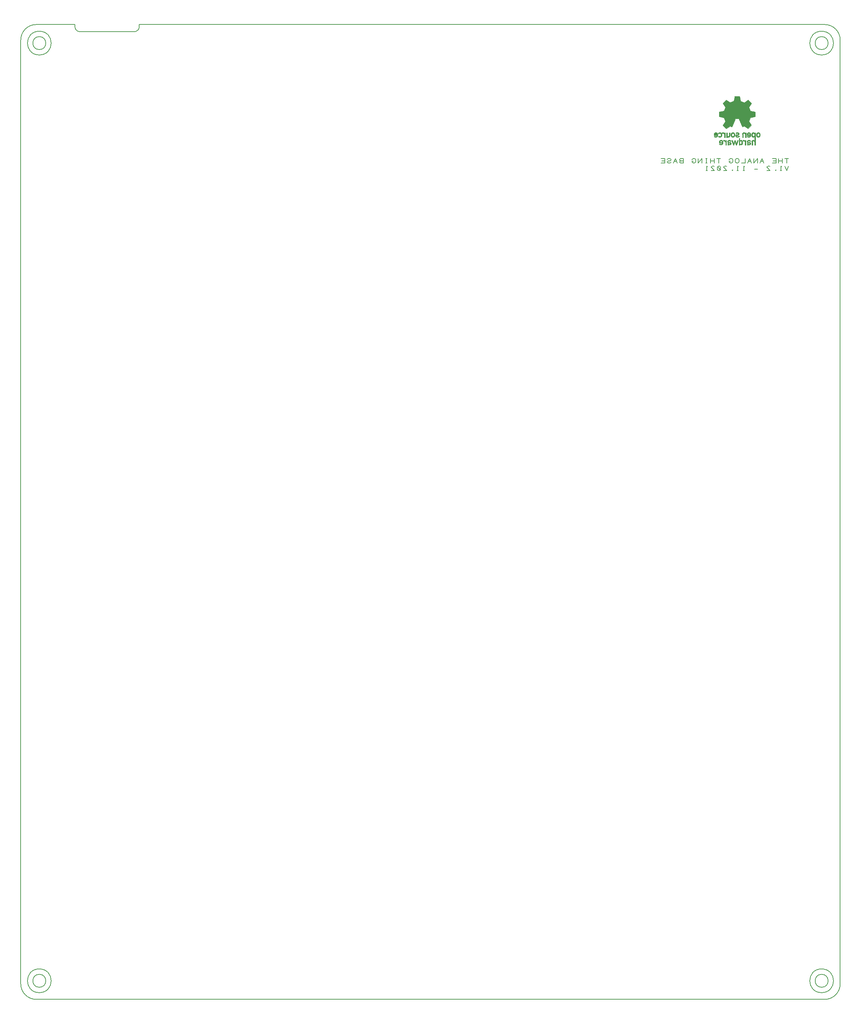
<source format=gbr>
G04 DesignSpark PCB PRO Gerber Version 9.0 Build 5138 *
G04 #@! TF.Part,Single*
G04 #@! TF.FileFunction,Legend,Bot *
G04 #@! TF.FilePolarity,Positive *
%FSLAX35Y35*%
%MOIN*%
%ADD12C,0.00001*%
%ADD13C,0.00500*%
%ADD11C,0.00600*%
%ADD10C,0.00800*%
X0Y0D02*
D02*
D10*
X34750Y39550D02*
G75*
G03Y16550J-11500D01*
G01*
G75*
G03Y39550J11500*
G01*
Y948550D02*
G75*
G03Y925550J-11500D01*
G01*
G75*
G03Y948550J11500*
G01*
X793750Y39550D02*
G75*
G03Y16550J-11500D01*
G01*
G75*
G03Y39550J11500*
G01*
Y948550D02*
G75*
G03Y925550J-11500D01*
G01*
G75*
G03Y948550J11500*
G01*
D02*
D11*
X759875Y820675D02*
Y825175D01*
X761750D02*
X758000D01*
X755750Y820675D02*
Y825175D01*
Y822925D02*
X752000D01*
Y820675D02*
Y825175D01*
X749750Y820675D02*
Y825175D01*
X746000*
X746750Y822925D02*
X749750D01*
Y820675D02*
X746000D01*
X737750D02*
X735875Y825175D01*
X734000Y820675*
X737000Y822550D02*
X734750D01*
X731750Y820675D02*
Y825175D01*
X728000Y820675*
Y825175*
X725750Y820675D02*
X723875Y825175D01*
X722000Y820675*
X725000Y822550D02*
X722750D01*
X719750Y825175D02*
Y820675D01*
X716000*
X713750Y822175D02*
Y823675D01*
X713375Y824425*
X713000Y824800*
X712250Y825175*
X711500*
X710750Y824800*
X710375Y824425*
X710000Y823675*
Y822175*
X710375Y821425*
X710750Y821050*
X711500Y820675*
X712250*
X713000Y821050*
X713375Y821425*
X713750Y822175*
X705125Y822550D02*
X704000D01*
Y822175*
X704375Y821425*
X704750Y821050*
X705500Y820675*
X706250*
X707000Y821050*
X707375Y821425*
X707750Y822175*
Y823675*
X707375Y824425*
X707000Y824800*
X706250Y825175*
X705500*
X704750Y824800*
X704375Y824425*
X704000Y823675*
X693875Y820675D02*
Y825175D01*
X695750D02*
X692000D01*
X689750Y820675D02*
Y825175D01*
Y822925D02*
X686000D01*
Y820675D02*
Y825175D01*
X682625Y820675D02*
X681125D01*
X681875D02*
Y825175D01*
X682625D02*
X681125D01*
X677750Y820675D02*
Y825175D01*
X674000Y820675*
Y825175*
X669125Y822550D02*
X668000D01*
Y822175*
X668375Y821425*
X668750Y821050*
X669500Y820675*
X670250*
X671000Y821050*
X671375Y821425*
X671750Y822175*
Y823675*
X671375Y824425*
X671000Y824800*
X670250Y825175*
X669500*
X668750Y824800*
X668375Y824425*
X668000Y823675*
X657125Y822925D02*
X656375Y822550D01*
X656000Y821800*
X656375Y821050*
X657125Y820675*
X659750*
Y825175*
X657125*
X656375Y824800*
X656000Y824050*
X656375Y823300*
X657125Y822925*
X659750*
X653750Y820675D02*
X651875Y825175D01*
X650000Y820675*
X653000Y822550D02*
X650750D01*
X647750Y821800D02*
X647375Y821050D01*
X646625Y820675*
X645125*
X644375Y821050*
X644000Y821800*
X644375Y822550*
X645125Y822925*
X646625*
X647375Y823300*
X647750Y824050*
X647375Y824800*
X646625Y825175*
X645125*
X644375Y824800*
X644000Y824050*
X641750Y820675D02*
Y825175D01*
X638000*
X638750Y822925D02*
X641750D01*
Y820675D02*
X638000D01*
X761750Y817975D02*
X759875Y813475D01*
X758000Y817975*
X755000Y813475D02*
X753500D01*
X754250D02*
Y817975D01*
X755000Y817225*
X749375Y813475D02*
X749000Y813850D01*
X749375Y814225*
X749750Y813850*
X749375Y813475*
X740750D02*
X743750D01*
X741125Y816100*
X740750Y816850*
X741125Y817600*
X741875Y817975*
X743000*
X743750Y817600*
X731750Y814975D02*
X728750D01*
X719000Y813475D02*
X717500D01*
X718250D02*
Y817975D01*
X719000Y817225*
X713000Y813475D02*
X711500D01*
X712250D02*
Y817975D01*
X713000Y817225*
X707375Y813475D02*
X707000Y813850D01*
X707375Y814225*
X707750Y813850*
X707375Y813475*
X698750D02*
X701750D01*
X699125Y816100*
X698750Y816850*
X699125Y817600*
X699875Y817975*
X701000*
X701750Y817600*
X695375Y813850D02*
X694625Y813475D01*
X693875*
X693125Y813850*
X692750Y814600*
Y816850*
X693125Y817600*
X693875Y817975*
X694625*
X695375Y817600*
X695750Y816850*
Y814600*
X695375Y813850*
X693125Y817600*
X686750Y813475D02*
X689750D01*
X687125Y816100*
X686750Y816850*
X687125Y817600*
X687875Y817975*
X689000*
X689750Y817600*
X683000Y813475D02*
X681500D01*
X682250D02*
Y817975D01*
X683000Y817225*
D02*
D12*
X689255Y847608D02*
X692153D01*
G75*
G02X692075Y847106I-1475J-29*
G01*
G75*
G02X691841Y846746I-842J293*
G01*
G75*
G02X691486Y846531I-706J764*
G01*
G75*
G02X691045Y846459I-424J1220*
G01*
G75*
G02X690500Y846572I-9J1338*
G01*
G75*
G02X690023Y846909I638J1408*
G01*
X689345Y846330*
G75*
G03X689713Y845984I1713J1450*
G01*
G75*
G03X690124Y845754I1088J1460*
G01*
G75*
G03X691028Y845581I896J2250*
G01*
G75*
G03X691733Y845697I-1J2215*
G01*
G75*
G03X692417Y846045I-882J2579*
G01*
G75*
G03X692711Y846338I-682J979*
G01*
G75*
G03X692921Y846752I-1365J954*
G01*
G75*
G03X693047Y847287I-2611J897*
G01*
G75*
G03X693089Y847944I-4684J630*
G01*
G75*
G03X693050Y848572I-4707J22*
G01*
G75*
G03X692934Y849094I-2882J-367*
G01*
G75*
G03X692740Y849511I-1766J-567*
G01*
G75*
G03X692469Y849824I-1143J-720*
G01*
G75*
G03X691833Y850213I-1537J-1792*
G01*
G75*
G03X691170Y850343I-666J-1641*
G01*
G75*
G03X690452Y850210I-14J-1931*
G01*
G75*
G03X689830Y849812I748J-1853*
G01*
G75*
G03X689398Y849188I1152J-1257*
G01*
G75*
G03X689255Y848379I2015J-775*
G01*
Y847608*
G36*
X692153*
G75*
G02X692075Y847106I-1475J-29*
G01*
G75*
G02X691841Y846746I-842J293*
G01*
G75*
G02X691486Y846531I-706J764*
G01*
G75*
G02X691045Y846459I-424J1220*
G01*
G75*
G02X690500Y846572I-9J1338*
G01*
G75*
G02X690023Y846909I638J1408*
G01*
X689345Y846330*
G75*
G03X689713Y845984I1713J1450*
G01*
G75*
G03X690124Y845754I1088J1460*
G01*
G75*
G03X691028Y845581I896J2250*
G01*
G75*
G03X691733Y845697I-1J2215*
G01*
G75*
G03X692417Y846045I-882J2579*
G01*
G75*
G03X692711Y846338I-682J979*
G01*
G75*
G03X692921Y846752I-1365J954*
G01*
G75*
G03X693047Y847287I-2611J897*
G01*
G75*
G03X693089Y847944I-4684J630*
G01*
G75*
G03X693050Y848572I-4707J22*
G01*
G75*
G03X692934Y849094I-2882J-367*
G01*
G75*
G03X692740Y849511I-1766J-567*
G01*
G75*
G03X692469Y849824I-1143J-720*
G01*
G75*
G03X691833Y850213I-1537J-1792*
G01*
G75*
G03X691170Y850343I-666J-1641*
G01*
G75*
G03X690452Y850210I-14J-1931*
G01*
G75*
G03X689830Y849812I748J-1853*
G01*
G75*
G03X689398Y849188I1152J-1257*
G01*
G75*
G03X689255Y848379I2015J-775*
G01*
Y847608*
G37*
X692153Y848379D02*
X690189D01*
G75*
G02X690273Y848842I1519J-38*
G01*
G75*
G02X690485Y849182I886J-315*
G01*
G75*
G02X690793Y849391I656J-636*
G01*
G75*
G02X691170Y849461I365J-922*
G01*
G75*
G02X691552Y849391I12J-1015*
G01*
G75*
G02X691863Y849182I-344J-846*
G01*
G75*
G02X692073Y848842I-660J-644*
G01*
G75*
G02X692153Y848379I-1407J-481*
G01*
G36*
X690189*
G75*
G02X690273Y848842I1519J-38*
G01*
G75*
G02X690485Y849182I886J-315*
G01*
G75*
G02X690793Y849391I656J-636*
G01*
G75*
G02X691170Y849461I365J-922*
G01*
G75*
G02X691552Y849391I12J-1015*
G01*
G75*
G02X691863Y849182I-344J-846*
G01*
G75*
G02X692073Y848842I-660J-644*
G01*
G75*
G02X692153Y848379I-1407J-481*
G01*
G37*
X694055Y847004D02*
X693364Y846384D01*
G75*
G03X694089Y845807I1933J1687*
G01*
G75*
G03X694536Y845638I869J1616*
G01*
G75*
G03X695038Y845581I490J2105*
G01*
G75*
G03X695807Y845719I11J2165*
G01*
G75*
G03X696497Y846130I-847J2206*
G01*
G75*
G03X696783Y846450I-981J1162*
G01*
G75*
G03X696986Y846861I-1552J1025*
G01*
G75*
G03X697109Y847363I-2508J877*
G01*
G75*
G03X697149Y847957I-4003J572*
G01*
G75*
G03X697109Y848551I-4049J22*
G01*
G75*
G03X696986Y849054I-2644J-377*
G01*
G75*
G03X696783Y849467I-1775J-618*
G01*
G75*
G03X696497Y849789I-1284J-849*
G01*
G75*
G03X695807Y850205I-1543J-1783*
G01*
G75*
G03X695038Y850343I-759J-2007*
G01*
G75*
G03X694536Y850286I-11J-2142*
G01*
G75*
G03X694089Y850115I422J-1774*
G01*
G75*
G03X693364Y849536I1233J-2288*
G01*
X694055Y848921*
G75*
G02X694489Y849286I1083J-848*
G01*
G75*
G02X695002Y849407I503J-983*
G01*
G75*
G02X695532Y849317I30J-1425*
G01*
G75*
G02X695910Y849044I-341J-872*
G01*
G75*
G02X696137Y848591I-933J-751*
G01*
G75*
G02X696213Y847957I-2300J-597*
G01*
G75*
G02X696137Y847325I-2357J-37*
G01*
G75*
G02X695910Y846874I-1152J298*
G01*
G75*
G02X695532Y846603I-717J602*
G01*
G75*
G02X695002Y846513I-501J1340*
G01*
G75*
G02X694487Y846636I-9J1101*
G01*
G75*
G02X694055Y847004I643J1194*
G01*
G36*
X693364Y846384*
G75*
G03X694089Y845807I1933J1687*
G01*
G75*
G03X694536Y845638I869J1616*
G01*
G75*
G03X695038Y845581I490J2105*
G01*
G75*
G03X695807Y845719I11J2165*
G01*
G75*
G03X696497Y846130I-847J2206*
G01*
G75*
G03X696783Y846450I-981J1162*
G01*
G75*
G03X696986Y846861I-1552J1025*
G01*
G75*
G03X697109Y847363I-2508J877*
G01*
G75*
G03X697149Y847957I-4003J572*
G01*
G75*
G03X697109Y848551I-4049J22*
G01*
G75*
G03X696986Y849054I-2644J-377*
G01*
G75*
G03X696783Y849467I-1775J-618*
G01*
G75*
G03X696497Y849789I-1284J-849*
G01*
G75*
G03X695807Y850205I-1543J-1783*
G01*
G75*
G03X695038Y850343I-759J-2007*
G01*
G75*
G03X694536Y850286I-11J-2142*
G01*
G75*
G03X694089Y850115I422J-1774*
G01*
G75*
G03X693364Y849536I1233J-2288*
G01*
X694055Y848921*
G75*
G02X694489Y849286I1083J-848*
G01*
G75*
G02X695002Y849407I503J-983*
G01*
G75*
G02X695532Y849317I30J-1425*
G01*
G75*
G02X695910Y849044I-341J-872*
G01*
G75*
G02X696137Y848591I-933J-751*
G01*
G75*
G02X696213Y847957I-2300J-597*
G01*
G75*
G02X696137Y847325I-2357J-37*
G01*
G75*
G02X695910Y846874I-1152J298*
G01*
G75*
G02X695532Y846603I-717J602*
G01*
G75*
G02X695002Y846513I-501J1340*
G01*
G75*
G02X694487Y846636I-9J1101*
G01*
G75*
G02X694055Y847004I643J1194*
G01*
G37*
X694350Y840201D02*
Y840971D01*
G75*
G02X694493Y841780I2158J34*
G01*
G75*
G02X694924Y842404I1583J-632*
G01*
G75*
G02X695546Y842803I1370J-1456*
G01*
G75*
G02X696265Y842936I704J-1798*
G01*
G75*
G02X696928Y842806I-2J-1772*
G01*
G75*
G02X697563Y842416I-902J-2181*
G01*
G75*
G02X697835Y842104I-872J-1033*
G01*
G75*
G02X698029Y841686I-1572J-983*
G01*
G75*
G02X698145Y841164I-2768J-892*
G01*
G75*
G02X698184Y840537I-4665J-602*
G01*
G75*
G02X698142Y839880I-4726J-30*
G01*
G75*
G02X698016Y839344I-2737J361*
G01*
G75*
G02X697806Y838930I-1575J540*
G01*
G75*
G02X697512Y838637I-976J686*
G01*
G75*
G02X696828Y838290I-1565J2231*
G01*
G75*
G02X696123Y838174I-707J2099*
G01*
G75*
G02X695219Y838346I-7J2422*
G01*
G75*
G02X694808Y838576I677J1690*
G01*
G75*
G02X694440Y838923I1345J1798*
G01*
X695118Y839502*
G75*
G03X695595Y839164I1115J1070*
G01*
G75*
G03X696140Y839052I537J1225*
G01*
G75*
G03X696581Y839124I15J1293*
G01*
G75*
G03X696936Y839339I-351J980*
G01*
G75*
G03X697170Y839698I-608J652*
G01*
G75*
G03X697248Y840201I-1397J474*
G01*
X694350*
X697248Y840971D02*
G75*
G03X697168Y841435I-1487J-19D01*
G01*
G75*
G03X696957Y841775I-871J-303*
G01*
G75*
G03X696646Y841984I-655J-638*
G01*
G75*
G03X696265Y842054I-370J-945*
G01*
G75*
G03X695888Y841984I-11J-991*
G01*
G75*
G03X695579Y841775I347J-845*
G01*
G75*
G03X695368Y841435I675J-654*
G01*
G75*
G03X695283Y840971I1435J-502*
G01*
X697248*
X694350D02*
G36*
Y840201D01*
X697248*
G75*
G02X697248Y840174I-1486J-35*
G01*
G75*
G02X697170Y839698I-1488J0*
G01*
G75*
G02X696936Y839339I-840J291*
G01*
G75*
G02X696581Y839124I-704J760*
G01*
G75*
G02X696140Y839052I-428J1231*
G01*
G75*
G02X695595Y839164I-9J1333*
G01*
G75*
G02X695118Y839502I640J1411*
G01*
X694440Y838923*
G75*
G03X694808Y838576I1736J1476*
G01*
G75*
G03X695219Y838346I1096J1475*
G01*
G75*
G03X696104Y838174I895J2240*
G01*
X696123*
G75*
G03X696828Y838290J2208*
G01*
G75*
G03X697512Y838637I-881J2578*
G01*
G75*
G03X697806Y838930I-680J977*
G01*
G75*
G03X698016Y839344I-1362J952*
G01*
G75*
G03X698142Y839880I-2607J896*
G01*
G75*
G03X698184Y840480I-4703J629*
G01*
Y840537*
Y840595*
G75*
G03X698145Y841164I-4640J-30*
G01*
G75*
G03X698079Y841512I-2856J-362*
G01*
X697137*
G75*
G02X697168Y841435I-847J-385*
G01*
G75*
G02X697248Y840971I-1399J-481*
G01*
X695283*
G75*
G02X695368Y841435I1531J-40*
G01*
G75*
G02X695400Y841512I879J-312*
G01*
X694410*
G75*
G03X694349Y841004I2103J-509*
G01*
G75*
G03X694350Y840971I2154J9*
G01*
G37*
X694493Y841780D02*
G36*
G75*
G03X694410Y841512I2019J-776D01*
G01*
X695400*
G75*
G02X695579Y841775I848J-387*
G01*
G75*
G02X695888Y841984I657J-638*
G01*
G75*
G02X696265Y842054I366J-926*
G01*
G75*
G02X696646Y841984I11J-1020*
G01*
G75*
G02X696957Y841775I-344J-848*
G01*
G75*
G02X697137Y841512I-668J-648*
G01*
X698079*
G75*
G03X698029Y841686I-2790J-714*
G01*
G75*
G03X697835Y842104I-1765J-565*
G01*
G75*
G03X697563Y842416I-1136J-714*
G01*
G75*
G03X696928Y842806I-1536J-1790*
G01*
G75*
G03X696265Y842936I-667J-1646*
G01*
X696238*
G75*
G03X695546Y842803I13J-1932*
G01*
G75*
G03X694924Y842404I743J-1846*
G01*
G75*
G03X694493Y841780I1156J-1258*
G01*
G37*
X700195Y845635D02*
Y850289D01*
X699259*
Y849793*
X699242*
G75*
G03X698720Y850206I-1104J-858*
G01*
G75*
G03X698030Y850343I-661J-1512*
G01*
G75*
G03X697531Y850254I-1J-1430*
G01*
G75*
G03X697058Y849984I627J-1650*
G01*
X697733Y849177*
G75*
G02X698041Y849350I744J-967*
G01*
G75*
G02X698353Y849407I315J-832*
G01*
G75*
G02X698978Y849176I1J-959*
G01*
G75*
G02X699189Y848874I-452J-540*
G01*
G75*
G02X699259Y848432I-1181J-414*
G01*
Y845635*
X700195*
G36*
Y850289*
X699259*
Y849793*
X699242*
G75*
G03X698720Y850206I-1104J-858*
G01*
G75*
G03X698030Y850343I-661J-1512*
G01*
G75*
G03X697531Y850254I-1J-1430*
G01*
G75*
G03X697058Y849984I627J-1650*
G01*
X697733Y849177*
G75*
G02X698041Y849350I744J-967*
G01*
G75*
G02X698353Y849407I315J-832*
G01*
G75*
G02X698978Y849176I1J-959*
G01*
G75*
G02X699189Y848874I-452J-540*
G01*
G75*
G02X699259Y848432I-1181J-414*
G01*
Y845635*
X700195*
G37*
X701381Y838228D02*
Y842882D01*
X700445*
Y842385*
X700428*
G75*
G03X699907Y842798I-1104J-858*
G01*
G75*
G03X699216Y842936I-661J-1513*
G01*
G75*
G03X698717Y842846I0J-1428*
G01*
G75*
G03X698244Y842576I627J-1652*
G01*
X698919Y841769*
G75*
G02X699227Y841942I745J-967*
G01*
G75*
G02X699539Y842000I315J-832*
G01*
G75*
G02X700164Y841769I1J-959*
G01*
G75*
G02X700375Y841467I-452J-540*
G01*
G75*
G02X700445Y841025I-1181J-414*
G01*
Y838228*
X701381*
G36*
Y842882*
X700445*
Y842385*
X700428*
G75*
G03X699907Y842798I-1104J-858*
G01*
G75*
G03X699216Y842936I-661J-1513*
G01*
G75*
G03X698717Y842846I0J-1428*
G01*
G75*
G03X698244Y842576I627J-1652*
G01*
X698919Y841769*
G75*
G02X699227Y841942I745J-967*
G01*
G75*
G02X699539Y842000I315J-832*
G01*
G75*
G02X700164Y841769I1J-959*
G01*
G75*
G02X700375Y841467I-452J-540*
G01*
G75*
G02X700445Y841025I-1181J-414*
G01*
Y838228*
X701381*
G37*
X703388Y838210D02*
X702482D01*
Y841397*
G75*
G02X702519Y841790I2317J-18*
G01*
G75*
G02X702617Y842122I1535J-274*
G01*
G75*
G02X702998Y842600I1017J-420*
G01*
G75*
G02X703598Y842853I1024J-1591*
G01*
G75*
G02X704363Y842931I699J-3033*
G01*
G75*
G02X704836Y842896I55J-2415*
G01*
G75*
G02X705248Y842770I-317J-1783*
G01*
G75*
G02X705891Y842254I-653J-1470*
G01*
X705174Y841690*
G75*
G03X704856Y841980I-581J-317*
G01*
G75*
G03X704613Y842035I-406J-1231*
G01*
G75*
G03X704317Y842054I-285J-2188*
G01*
G75*
G03X703909Y842022I-61J-1894*
G01*
G75*
G03X703618Y841911I148J-826*
G01*
G75*
G03X703444Y841721I257J-408*
G01*
G75*
G03X703388Y841451I530J-252*
G01*
Y840958*
X704649*
G75*
G02X705287Y840854I13J-1917*
G01*
G75*
G02X705746Y840556I-391J-1107*
G01*
G75*
G02X706026Y840113I-967J-919*
G01*
G75*
G02X706119Y839577I-1404J-519*
G01*
G75*
G02X706011Y839018I-1411J-19*
G01*
G75*
G02X705688Y838568I-1196J517*
G01*
G75*
G02X705200Y838268I-897J914*
G01*
G75*
G02X704524Y838157I-687J2067*
G01*
G75*
G02X704117Y838186I-21J2591*
G01*
G75*
G02X703797Y838273I205J1389*
G01*
G75*
G02X703407Y838621I277J701*
G01*
X703388*
Y838210*
Y839846D02*
G75*
G03X703442Y839415I1437J-38D01*
G01*
G75*
G03X703509Y839271I546J167*
G01*
G75*
G03X703603Y839174I294J192*
G01*
G75*
G03X703922Y839065I439J763*
G01*
G75*
G03X704410Y839035I411J2641*
G01*
G75*
G03X704800Y839080I27J1457*
G01*
G75*
G03X705062Y839217I-152J610*
G01*
G75*
G03X705215Y839405I-380J468*
G01*
G75*
G03X705267Y839622I-424J215*
G01*
G75*
G03X705221Y839861I-535J22*
G01*
G75*
G03X705075Y840035I-400J-187*
G01*
G75*
G03X704828Y840144I-415J-605*
G01*
G75*
G03X704479Y840188I-374J-1557*
G01*
X703388*
Y839846*
X702482Y839611D02*
G36*
Y838210D01*
X703388*
Y838621*
X703407*
G75*
G03X703797Y838273I665J351*
G01*
G75*
G03X704117Y838186I519J1278*
G01*
G75*
G03X704479Y838157I384J2543*
G01*
X704524*
G75*
G03X705200Y838268I-10J2179*
G01*
G75*
G03X705688Y838568I-405J1206*
G01*
G75*
G03X706011Y839018I-874J968*
G01*
G75*
G03X706119Y839539I-1301J540*
G01*
Y839577*
Y839607*
G75*
G03Y839611I-1432J2*
G01*
X705267*
G75*
G02X705215Y839405I-473J8*
G01*
G75*
G02X705062Y839217I-533J280*
G01*
G75*
G02X704800Y839080I-413J470*
G01*
G75*
G02X704410Y839035I-361J1394*
G01*
G75*
G02X703922Y839065I-74J2710*
G01*
G75*
G02X703603Y839174I119J867*
G01*
G75*
G02X703509Y839271I200J289*
G01*
G75*
G02X703442Y839415I489J316*
G01*
G75*
G02X703401Y839611I1380J391*
G01*
X702482*
G37*
Y841397D02*
G36*
Y839611D01*
X703401*
G75*
G02X703387Y839807I1423J196*
G01*
G75*
G02X703388Y839846I1428J5*
G01*
Y840188*
X704479*
G75*
G02X704828Y840144I-28J-1628*
G01*
G75*
G02X705075Y840035I-164J-707*
G01*
G75*
G02X705221Y839861I-255J-363*
G01*
G75*
G02X705267Y839643I-494J-217*
G01*
G75*
G02X705267Y839622I-535J-1*
G01*
G75*
G02Y839619I-446J-2*
G01*
G75*
G02Y839611I-484J-4*
G01*
X706119*
G75*
G03X706026Y840113I-1506J-19*
G01*
G75*
G03X705746Y840556I-1246J-476*
G01*
G75*
G03X705287Y840854I-851J-810*
G01*
G75*
G03X704649Y840958I-624J-1807*
G01*
X703388*
Y841451*
G75*
G02X703387Y841469I585J22*
G01*
G75*
G02X703444Y841721I584J0*
G01*
G75*
G02X703618Y841911I433J-220*
G01*
G75*
G02X703909Y842022I435J-704*
G01*
G75*
G02X704317Y842054I345J-1834*
G01*
G75*
G02X704613Y842035I9J-2231*
G01*
G75*
G02X704856Y841980I-167J-1304*
G01*
G75*
G02X705174Y841690I-262J-607*
G01*
X705891Y842254*
G75*
G03X705248Y842770I-1293J-950*
G01*
G75*
G03X704836Y842896I-732J-1670*
G01*
G75*
G03X704363Y842931I-419J-2388*
G01*
G75*
G03X703598Y842853I-65J-3122*
G01*
G75*
G03X702998Y842600I423J-1839*
G01*
G75*
G03X702617Y842122I638J-901*
G01*
G75*
G03X702519Y841790I1430J-603*
G01*
G75*
G03X702482Y841397I2257J-409*
G01*
G37*
X704974Y847195D02*
Y850289D01*
X704038*
Y847514*
G75*
G02X703972Y847091I-1257J-22*
G01*
G75*
G02X703776Y846776I-790J273*
G01*
G75*
G02X703478Y846579I-618J611*
G01*
G75*
G02X703111Y846513I-356J926*
G01*
G75*
G02X702751Y846579I-11J957*
G01*
G75*
G02X702456Y846776I329J812*
G01*
G75*
G02X702259Y847091I593J589*
G01*
G75*
G02X702194Y847514I1191J402*
G01*
Y850289*
X701258*
Y845635*
X702194*
Y846128*
X702213*
G75*
G03X702731Y845718I1100J857*
G01*
G75*
G03X703414Y845581I654J1495*
G01*
G75*
G03X703955Y845684I0J1483*
G01*
G75*
G03X704470Y845991I-713J1783*
G01*
G75*
G03X704848Y846497I-804J994*
G01*
G75*
G03X704943Y846822I-1437J594*
G01*
G75*
G03X704974Y847195I-2071J363*
G01*
G36*
Y850289*
X704038*
Y847514*
G75*
G02X703972Y847091I-1257J-22*
G01*
G75*
G02X703776Y846776I-790J273*
G01*
G75*
G02X703478Y846579I-618J611*
G01*
G75*
G02X703111Y846513I-356J926*
G01*
G75*
G02X702751Y846579I-11J957*
G01*
G75*
G02X702456Y846776I329J812*
G01*
G75*
G02X702259Y847091I593J589*
G01*
G75*
G02X702194Y847514I1191J402*
G01*
Y850289*
X701258*
Y845635*
X702194*
Y846128*
X702213*
G75*
G03X702731Y845718I1100J857*
G01*
G75*
G03X703414Y845581I654J1495*
G01*
G75*
G03X703955Y845684I0J1483*
G01*
G75*
G03X704470Y845991I-713J1783*
G01*
G75*
G03X704848Y846497I-804J994*
G01*
G75*
G03X704943Y846822I-1437J594*
G01*
G75*
G03X704974Y847195I-2071J363*
G01*
G37*
X708609Y838228D02*
X709584Y841483D01*
X709601*
X710574Y838228*
X711400*
X712887Y842882*
X711897*
X711004Y839622*
X710987*
X709933Y842882*
X709250*
X708198Y839622*
X708179*
X707288Y842882*
X706296*
X707785Y838228*
X708609*
G36*
X709584Y841483*
X709601*
X710574Y838228*
X711400*
X712887Y842882*
X711897*
X711004Y839622*
X710987*
X709933Y842882*
X709250*
X708198Y839622*
X708179*
X707288Y842882*
X706296*
X707785Y838228*
X708609*
G37*
X709661Y847968D02*
G75*
G02X709631Y847303I-6543J-46D01*
G01*
G75*
G02X709544Y846837I-2358J203*
G01*
G75*
G02X709157Y846173I-1708J550*
G01*
G75*
G02X708929Y845965I-1193J1076*
G01*
G75*
G02X708627Y845770I-1514J2017*
G01*
G75*
G02X708236Y845628I-667J1232*
G01*
G75*
G02X707741Y845581I-471J2338*
G01*
G75*
G02X707253Y845628I-22J2338*
G01*
G75*
G02X706863Y845770I282J1389*
G01*
G75*
G02X706558Y845965I1222J2244*
G01*
G75*
G02X706328Y846173I972J1307*
G01*
G75*
G02X705943Y846837I1312J1205*
G01*
G75*
G02X705856Y847303I2290J669*
G01*
G75*
G02X705826Y847968I6573J621*
G01*
G75*
G02X705856Y848621I6398J42*
G01*
G75*
G02X705943Y849083I2371J-206*
G01*
G75*
G02X706328Y849747I1697J-541*
G01*
G75*
G02X706558Y849954I1252J-1168*
G01*
G75*
G02X706863Y850151I1646J-2206*
G01*
G75*
G02X707253Y850295I675J-1223*
G01*
G75*
G02X707741Y850343I467J-2240*
G01*
G75*
G02X708236Y850295I23J-2333*
G01*
G75*
G02X708627Y850151I-278J-1352*
G01*
G75*
G02X708929Y849954I-1329J-2368*
G01*
G75*
G02X709157Y849747I-1012J-1349*
G01*
G75*
G02X709544Y849083I-1322J-1213*
G01*
G75*
G02X709631Y848621I-2264J-669*
G01*
G75*
G02X709661Y847968I-6311J-609*
G01*
X706758Y847957D02*
G75*
G03X706771Y847526I6095J-32D01*
G01*
G75*
G03X706810Y847244I1728J96*
G01*
G75*
G03X706988Y846855I1145J289*
G01*
G75*
G03X707299Y846598I627J443*
G01*
G75*
G03X707741Y846513I418J975*
G01*
G75*
G03X708187Y846598I26J1070*
G01*
G75*
G03X708494Y846855I-306J679*
G01*
G75*
G03X708675Y847247I-849J629*
G01*
G75*
G03X708711Y847531I-1879J381*
G01*
G75*
G03X708723Y847968I-6796J402*
G01*
G75*
G03X708711Y848392I-6462J33*
G01*
G75*
G03X708675Y848671I-1865J-98*
G01*
G75*
G03X708494Y849065I-1069J-252*
G01*
G75*
G03X708187Y849322I-613J-422*
G01*
G75*
G03X707741Y849407I-420J-984*
G01*
G75*
G03X707299Y849322I-24J-1060*
G01*
G75*
G03X706988Y849065I316J-700*
G01*
G75*
G03X706810Y848671I1013J-696*
G01*
G75*
G03X706771Y848389I1689J-377*
G01*
G75*
G03X706758Y847957I6119J-400*
G01*
X705826Y847960D02*
G36*
Y847888D01*
G75*
G03X705856Y847303I6688J40*
G01*
G75*
G03X705943Y846837I2369J201*
G01*
G75*
G03X706328Y846173I1698J541*
G01*
G75*
G03X706558Y845965I1192J1086*
G01*
G75*
G03X706863Y845770I1552J2089*
G01*
G75*
G03X707253Y845628I671J1243*
G01*
G75*
G03X707698Y845581I467J2300*
G01*
X707741*
X707784*
G75*
G03X708236Y845628I-22J2407*
G01*
G75*
G03X708627Y845770I-270J1358*
G01*
G75*
G03X708929Y845965I-1219J2224*
G01*
G75*
G03X709157Y846173I-956J1276*
G01*
G75*
G03X709544Y846837I-1320J1212*
G01*
G75*
G03X709631Y847303I-2283J671*
G01*
G75*
G03X709661Y847888I-6659J625*
G01*
Y847960*
X708723*
G75*
G02Y847931I-6711J-14*
G01*
G75*
G02X708711Y847531I-6723J-2*
G01*
G75*
G02X708675Y847247I-1924J98*
G01*
G75*
G02X708494Y846855I-1028J237*
G01*
G75*
G02X708187Y846598I-611J420*
G01*
G75*
G02X707741Y846513I-420J987*
G01*
G75*
G02X707299Y846598I-25J1057*
G01*
G75*
G02X706988Y846855I313J696*
G01*
G75*
G02X706810Y847244I963J676*
G01*
G75*
G02X706771Y847526I1705J380*
G01*
G75*
G02X706758Y847928I6197J402*
G01*
G75*
G02Y847957I6261J15*
G01*
G75*
G02Y847960I6316J2*
G01*
X705826*
G37*
Y847968D02*
G36*
Y847960D01*
X706758*
G75*
G02Y847985I6266J13*
G01*
G75*
G02X706771Y848389I6256J1*
G01*
G75*
G02X706810Y848671I1757J-99*
G01*
G75*
G02X706988Y849065I1188J-301*
G01*
G75*
G02X707299Y849322I624J-439*
G01*
G75*
G02X707741Y849407I417J-972*
G01*
G75*
G02X708187Y849322I26J-1072*
G01*
G75*
G02X708494Y849065I-304J-677*
G01*
G75*
G02X708675Y848671I-892J-648*
G01*
G75*
G02X708711Y848392I-1816J-375*
G01*
G75*
G02X708723Y848003I-6351J-387*
G01*
G75*
G02Y847968I-6404J-18*
G01*
G75*
G02Y847960I-6733J-4*
G01*
X709661*
Y847968*
Y848046*
G75*
G03X709631Y848621I-6455J-39*
G01*
G75*
G03X709544Y849083I-2343J-205*
G01*
G75*
G03X709157Y849747I-1706J-548*
G01*
G75*
G03X708929Y849954I-1251J-1156*
G01*
G75*
G03X708627Y850151I-1673J-2235*
G01*
G75*
G03X708236Y850295I-672J-1219*
G01*
G75*
G03X707793Y850343I-469J-2254*
G01*
X707741*
X707703*
G75*
G03X707253Y850295I19J-2313*
G01*
G75*
G03X706863Y850151I281J-1358*
G01*
G75*
G03X706558Y849954I1349J-2415*
G01*
G75*
G03X706328Y849747I1028J-1382*
G01*
G75*
G03X705943Y849083I1313J-1205*
G01*
G75*
G03X705856Y848621I2255J-663*
G01*
G75*
G03X705826Y848045I6439J-615*
G01*
Y847968*
G37*
X709750Y863550D02*
G75*
G02X713867I2059J4473D01*
G01*
G75*
G03X713753Y863261I94J-204*
G01*
X716705Y856031*
G75*
G03X717000Y855908I208J85*
G01*
X718603Y856572*
G75*
G02X718815Y856551I86J-208*
G01*
X722341Y854165*
G75*
G03X722626Y854193I126J186*
G01*
X725639Y857205*
G75*
G03X725666Y857490I-159J159*
G01*
X723281Y861017*
G75*
G02X723259Y861229I186J126*
G01*
X724709Y864730*
G75*
G02X724875Y864865I208J-86*
G01*
X729055Y865671*
G75*
G03X729237Y865893I-43J221*
G01*
Y870153*
G75*
G03X729055Y870374I-225*
G01*
X724875Y871180*
G75*
G02X724709Y871315I43J221*
G01*
X723259Y874817*
G75*
G02X723281Y875029I208J86*
G01*
X725666Y878555*
G75*
G03X725639Y878840I-186J126*
G01*
X722626Y881853*
G75*
G03X722341Y881880I-159J-159*
G01*
X718815Y879494*
G75*
G02X718603Y879473I-126J187*
G01*
X715101Y880923*
G75*
G02X714967Y881089I86J208*
G01*
X714160Y885269*
G75*
G03X713939Y885451I-221J-43*
G01*
X709678*
G75*
G03X709457Y885269J-225*
G01*
X708651Y881089*
G75*
G02X708516Y880923I-221J43*
G01*
X705015Y879473*
G75*
G02X704803Y879494I-86J208*
G01*
X701276Y881880*
G75*
G03X700991Y881853I-126J-187*
G01*
X697979Y878840*
G75*
G03X697951Y878555I159J-159*
G01*
X700337Y875029*
G75*
G02X700359Y874817I-186J-126*
G01*
X698908Y871315*
G75*
G02X698743Y871180I-208J86*
G01*
X694563Y870374*
G75*
G03X694380Y870153I43J-221*
G01*
Y865893*
G75*
G03X694563Y865671I225J0*
G01*
X698743Y864865*
G75*
G02X698908Y864730I-43J-221*
G01*
X700359Y861229*
G75*
G02X700337Y861017I-208J-86*
G01*
X697951Y857490*
G75*
G03X697979Y857205I187J-126*
G01*
X700991Y854193*
G75*
G03X701276Y854165I159J159*
G01*
X704803Y856551*
G75*
G02X705015Y856572I126J-186*
G01*
X706618Y855908*
G75*
G03X706913Y856031I86J208*
G01*
X709865Y863261*
G75*
G03X709750Y863550I-208J85*
G01*
G36*
G75*
G02X713867I2059J4473*
G01*
G75*
G03X713753Y863261I94J-204*
G01*
X716705Y856031*
G75*
G03X717000Y855908I208J85*
G01*
X718603Y856572*
G75*
G02X718815Y856551I86J-208*
G01*
X722341Y854165*
G75*
G03X722626Y854193I126J186*
G01*
X725639Y857205*
G75*
G03X725666Y857490I-159J159*
G01*
X723281Y861017*
G75*
G02X723259Y861229I186J126*
G01*
X724709Y864730*
G75*
G02X724875Y864865I208J-86*
G01*
X729055Y865671*
G75*
G03X729237Y865893I-43J221*
G01*
Y870153*
G75*
G03X729055Y870374I-225*
G01*
X724875Y871180*
G75*
G02X724709Y871315I43J221*
G01*
X723259Y874817*
G75*
G02X723281Y875029I208J86*
G01*
X725666Y878555*
G75*
G03X725639Y878840I-186J126*
G01*
X722626Y881853*
G75*
G03X722341Y881880I-159J-159*
G01*
X718815Y879494*
G75*
G02X718603Y879473I-126J187*
G01*
X715101Y880923*
G75*
G02X714967Y881089I86J208*
G01*
X714160Y885269*
G75*
G03X713939Y885451I-221J-43*
G01*
X709678*
G75*
G03X709457Y885269J-225*
G01*
X708651Y881089*
G75*
G02X708516Y880923I-221J43*
G01*
X705015Y879473*
G75*
G02X704803Y879494I-86J208*
G01*
X701276Y881880*
G75*
G03X700991Y881853I-126J-187*
G01*
X697979Y878840*
G75*
G03X697951Y878555I159J-159*
G01*
X700337Y875029*
G75*
G02X700359Y874817I-186J-126*
G01*
X698908Y871315*
G75*
G02X698743Y871180I-208J86*
G01*
X694563Y870374*
G75*
G03X694380Y870153I43J-221*
G01*
Y865893*
G75*
G03X694563Y865671I225J0*
G01*
X698743Y864865*
G75*
G02X698908Y864730I-43J-221*
G01*
X700359Y861229*
G75*
G02X700337Y861017I-208J-86*
G01*
X697951Y857490*
G75*
G03X697979Y857205I187J-126*
G01*
X700991Y854193*
G75*
G03X701276Y854165I159J159*
G01*
X704803Y856551*
G75*
G02X705015Y856572I126J-186*
G01*
X706618Y855908*
G75*
G03X706913Y856031I86J208*
G01*
X709865Y863261*
G75*
G03X709750Y863550I-208J85*
G01*
G37*
X714217Y846410D02*
X713563Y847057D01*
G75*
G02X712891Y846609I-1470J1474*
G01*
G75*
G02X712096Y846459I-775J1936*
G01*
G75*
G02X711732Y846497I-16J1633*
G01*
G75*
G02X711437Y846610I226J1030*
G01*
G75*
G02X711242Y846797I250J456*
G01*
G75*
G02X711177Y847057I443J249*
G01*
G75*
G02X711212Y847239I437J8*
G01*
G75*
G02X711319Y847375I331J-150*
G01*
G75*
G02X711497Y847467I341J-442*
G01*
G75*
G02X711747Y847514I333J-1079*
G01*
X712571Y847591*
G75*
G03X713100Y847707I-116J1789*
G01*
G75*
G03X713531Y847971I-530J1349*
G01*
G75*
G03X713817Y848374I-704J802*
G01*
G75*
G03X713911Y848908I-1314J509*
G01*
G75*
G03X713787Y849530I-1464J31*
G01*
G75*
G03X713415Y849980I-1044J-486*
G01*
G75*
G03X712857Y850252I-1055J-1450*
G01*
G75*
G03X712177Y850343I-655J-2312*
G01*
G75*
G03X711611Y850300I-20J-3485*
G01*
G75*
G03X711133Y850171I365J-2304*
G01*
G75*
G03X710353Y849711I1024J-2625*
G01*
X710931Y849028*
G75*
G02X711505Y849339I1768J-2574*
G01*
G75*
G02X712177Y849461I643J-1634*
G01*
G75*
G02X712557Y849421I29J-1554*
G01*
G75*
G02X712800Y849302I-119J-551*
G01*
G75*
G02X712976Y848900I-344J-390*
G01*
G75*
G02X712943Y848752I-348*
G01*
G75*
G02X712845Y848617I-427J204*
G01*
G75*
G02X712659Y848512I-310J335*
G01*
G75*
G02X712360Y848461I-369J1244*
G01*
X711590Y848407*
G75*
G03X711254Y848360I146J-2293*
G01*
G75*
G03X710969Y848270I328J-1535*
G01*
G75*
G03X710554Y847960I396J-964*
G01*
G75*
G03X710319Y847525I1109J-880*
G01*
G75*
G03X710241Y847012I1547J-499*
G01*
G75*
G03X710381Y846404I1280J-25*
G01*
G75*
G03X710801Y845954I1085J591*
G01*
G75*
G03X711423Y845674I1169J1774*
G01*
G75*
G03X712169Y845581I720J2738*
G01*
G75*
G03X713262Y845789I19J2888*
G01*
G75*
G03X714217Y846410I-1183J2865*
G01*
G36*
X713563Y847057*
G75*
G02X712891Y846609I-1470J1474*
G01*
G75*
G02X712096Y846459I-775J1936*
G01*
G75*
G02X711732Y846497I-16J1633*
G01*
G75*
G02X711437Y846610I226J1030*
G01*
G75*
G02X711242Y846797I250J456*
G01*
G75*
G02X711177Y847057I443J249*
G01*
G75*
G02X711212Y847239I437J8*
G01*
G75*
G02X711319Y847375I331J-150*
G01*
G75*
G02X711497Y847467I341J-442*
G01*
G75*
G02X711747Y847514I333J-1079*
G01*
X712571Y847591*
G75*
G03X713100Y847707I-116J1789*
G01*
G75*
G03X713531Y847971I-530J1349*
G01*
G75*
G03X713817Y848374I-704J802*
G01*
G75*
G03X713911Y848908I-1314J509*
G01*
G75*
G03X713787Y849530I-1464J31*
G01*
G75*
G03X713415Y849980I-1044J-486*
G01*
G75*
G03X712857Y850252I-1055J-1450*
G01*
G75*
G03X712177Y850343I-655J-2312*
G01*
G75*
G03X711611Y850300I-20J-3485*
G01*
G75*
G03X711133Y850171I365J-2304*
G01*
G75*
G03X710353Y849711I1024J-2625*
G01*
X710931Y849028*
G75*
G02X711505Y849339I1768J-2574*
G01*
G75*
G02X712177Y849461I643J-1634*
G01*
G75*
G02X712557Y849421I29J-1554*
G01*
G75*
G02X712800Y849302I-119J-551*
G01*
G75*
G02X712976Y848900I-344J-390*
G01*
G75*
G02X712943Y848752I-348*
G01*
G75*
G02X712845Y848617I-427J204*
G01*
G75*
G02X712659Y848512I-310J335*
G01*
G75*
G02X712360Y848461I-369J1244*
G01*
X711590Y848407*
G75*
G03X711254Y848360I146J-2293*
G01*
G75*
G03X710969Y848270I328J-1535*
G01*
G75*
G03X710554Y847960I396J-964*
G01*
G75*
G03X710319Y847525I1109J-880*
G01*
G75*
G03X710241Y847012I1547J-499*
G01*
G75*
G03X710381Y846404I1280J-25*
G01*
G75*
G03X710801Y845954I1085J591*
G01*
G75*
G03X711423Y845674I1169J1774*
G01*
G75*
G03X712169Y845581I720J2738*
G01*
G75*
G03X713262Y845789I19J2888*
G01*
G75*
G03X714217Y846410I-1183J2865*
G01*
G37*
X714387Y838228D02*
X713450D01*
Y844761*
X714387*
Y842385*
G75*
G02X714939Y842783I1720J-1804*
G01*
G75*
G02X715589Y842936I631J-1228*
G01*
G75*
G02X715990Y842893I13J-1766*
G01*
G75*
G02X716330Y842764I-289J-1271*
G01*
G75*
G02X716835Y842331I-755J-1394*
G01*
G75*
G02X717100Y841746I-1076J-839*
G01*
G75*
G02X717150Y841283I-3441J-606*
G01*
G75*
G02X717167Y840560I-13163J-663*
G01*
G75*
G02X717150Y839829I-13512J-61*
G01*
G75*
G02X717100Y839359I-3583J144*
G01*
G75*
G02X716835Y838774I-1313J241*
G01*
G75*
G02X716330Y838342I-1214J909*
G01*
G75*
G02X715990Y838216I-626J1167*
G01*
G75*
G02X715589Y838174I-387J1767*
G01*
G75*
G02X714933Y838308I-17J1590*
G01*
G75*
G02X714387Y838712I687J1500*
G01*
Y838228*
X715303Y842000D02*
G75*
G03X715010Y841970I-14J-1337D01*
G01*
G75*
G03X714781Y841882I159J-754*
G01*
G75*
G03X714519Y841528I297J-494*
G01*
G75*
G03X714387Y840560I3431J-962*
G01*
G75*
G03X714519Y839577I3620J-14*
G01*
G75*
G03X714781Y839223I559J141*
G01*
G75*
G03X715010Y839135I388J665*
G01*
G75*
G03X715303Y839106I280J1307*
G01*
G75*
G03X715602Y839134I14J1434*
G01*
G75*
G03X715833Y839219I-158J791*
G01*
G75*
G03X716098Y839559I-270J484*
G01*
G75*
G03X716231Y840560I-3431J963*
G01*
G75*
G03X716098Y841547I-3506J32*
G01*
G75*
G03X715833Y841887I-535J-144*
G01*
G75*
G03X715602Y841971I-389J-706*
G01*
G75*
G03X715303Y842000I-284J-1406*
G01*
X713450Y840552D02*
G36*
Y838228D01*
X714387*
Y838712*
G75*
G03X714933Y838308I1228J1091*
G01*
G75*
G03X715558Y838174I641J1463*
G01*
X715589*
X715611*
G75*
G03X715990Y838216I-11J1836*
G01*
G75*
G03X716330Y838342I-284J1287*
G01*
G75*
G03X716835Y838774I-714J1348*
G01*
G75*
G03X717100Y839359I-1044J824*
G01*
G75*
G03X717150Y839829I-3559J617*
G01*
G75*
G03X717167Y840420I-13067J661*
G01*
Y840552*
X716231*
G75*
G02X716231Y840519I-3561J-59*
G01*
G75*
G02X716098Y839559I-3548J1*
G01*
G75*
G02X715833Y839219I-533J143*
G01*
G75*
G02X715602Y839134I-386J694*
G01*
G75*
G02X715303Y839106I-283J1395*
G01*
G75*
G02X715010Y839135I-13J1341*
G01*
G75*
G02X714781Y839223I164J766*
G01*
G75*
G02X714519Y839577I297J494*
G01*
G75*
G02X714387Y840547I3491J970*
G01*
G75*
G02Y840552I3715J3*
G01*
X713450*
G37*
Y844761D02*
G36*
Y840552D01*
X714387*
G75*
G02Y840560I3638J4*
G01*
G75*
G02Y840568I3552J4*
G01*
G75*
G02X714519Y841528I3551*
G01*
G75*
G02X714781Y841882I559J-141*
G01*
G75*
G02X715010Y841970I393J-678*
G01*
G75*
G02X715303Y842000I280J-1311*
G01*
G75*
G02X715602Y841971I15J-1423*
G01*
G75*
G02X715833Y841887I-158J-794*
G01*
G75*
G02X716098Y841547I-269J-483*
G01*
G75*
G02X716231Y840590I-3389J-956*
G01*
G75*
G02Y840560I-3506J-15*
G01*
G75*
G02Y840552I-3552J-4*
G01*
X717167*
Y840560*
Y840700*
G75*
G03X717150Y841283I-12747J-70*
G01*
G75*
G03X717100Y841746I-3513J-145*
G01*
G75*
G03X716835Y842331I-1336J-251*
G01*
G75*
G03X716330Y842764I-1257J-957*
G01*
G75*
G03X715990Y842893I-631J-1150*
G01*
G75*
G03X715589Y842936I-384J-1696*
G01*
G75*
G03X714939Y842783I-20J-1376*
G01*
G75*
G03X714387Y842385I1155J-2183*
G01*
Y844761*
X713450*
G37*
X720364Y838228D02*
Y842882D01*
X719428*
Y842385*
X719411*
G75*
G03X718889Y842798I-1104J-858*
G01*
G75*
G03X718199Y842936I-661J-1512*
G01*
G75*
G03X717700Y842846I-1J-1430*
G01*
G75*
G03X717227Y842576I627J-1650*
G01*
X717902Y841769*
G75*
G02X718210Y841942I745J-967*
G01*
G75*
G02X718522Y842000I315J-832*
G01*
G75*
G02X719147Y841769I1J-959*
G01*
G75*
G02X719358Y841467I-452J-540*
G01*
G75*
G02X719428Y841025I-1181J-414*
G01*
Y838228*
X720364*
G36*
Y842882*
X719428*
Y842385*
X719411*
G75*
G03X718889Y842798I-1104J-858*
G01*
G75*
G03X718199Y842936I-661J-1512*
G01*
G75*
G03X717700Y842846I-1J-1430*
G01*
G75*
G03X717227Y842576I627J-1650*
G01*
X717902Y841769*
G75*
G02X718210Y841942I745J-967*
G01*
G75*
G02X718522Y842000I315J-832*
G01*
G75*
G02X719147Y841769I1J-959*
G01*
G75*
G02X719358Y841467I-452J-540*
G01*
G75*
G02X719428Y841025I-1181J-414*
G01*
Y838228*
X720364*
G37*
X720525Y845635D02*
Y850289D01*
X719589*
Y849793*
X719572*
G75*
G03X719050Y850206I-1104J-858*
G01*
G75*
G03X718360Y850343I-661J-1512*
G01*
G75*
G03X717828Y850240I3J-1443*
G01*
G75*
G03X717313Y849931I731J-1798*
G01*
G75*
G03X716935Y849425I811J-1000*
G01*
G75*
G03X716841Y849101I1430J-593*
G01*
G75*
G03X716809Y848730I2048J-363*
G01*
Y845635*
X717745*
Y848407*
G75*
G02X717810Y848826I1245J21*
G01*
G75*
G02X718007Y849143I799J-279*
G01*
G75*
G02X718302Y849341I626J-612*
G01*
G75*
G02X718661Y849407I348J-883*
G01*
G75*
G02X719029Y849341I12J-985*
G01*
G75*
G02X719326Y849143I-322J-806*
G01*
G75*
G02X719523Y848826I-602J-594*
G01*
G75*
G02X719589Y848407I-1179J-400*
G01*
Y845635*
X720525*
G36*
Y850289*
X719589*
Y849793*
X719572*
G75*
G03X719050Y850206I-1104J-858*
G01*
G75*
G03X718360Y850343I-661J-1512*
G01*
G75*
G03X717828Y850240I3J-1443*
G01*
G75*
G03X717313Y849931I731J-1798*
G01*
G75*
G03X716935Y849425I811J-1000*
G01*
G75*
G03X716841Y849101I1430J-593*
G01*
G75*
G03X716809Y848730I2048J-363*
G01*
Y845635*
X717745*
Y848407*
G75*
G02X717810Y848826I1245J21*
G01*
G75*
G02X718007Y849143I799J-279*
G01*
G75*
G02X718302Y849341I626J-612*
G01*
G75*
G02X718661Y849407I348J-883*
G01*
G75*
G02X719029Y849341I12J-985*
G01*
G75*
G02X719326Y849143I-322J-806*
G01*
G75*
G02X719523Y848826I-602J-594*
G01*
G75*
G02X719589Y848407I-1179J-400*
G01*
Y845635*
X720525*
G37*
X721343Y847608D02*
Y848379D01*
G75*
G02X721487Y849188I2158J34*
G01*
G75*
G02X721918Y849812I1583J-633*
G01*
G75*
G02X722540Y850210I1370J-1455*
G01*
G75*
G02X723259Y850343I705J-1798*
G01*
G75*
G02X723922Y850213I-2J-1771*
G01*
G75*
G02X724557Y849824I-902J-2181*
G01*
G75*
G02X724829Y849511I-872J-1033*
G01*
G75*
G02X725023Y849094I-1572J-984*
G01*
G75*
G02X725139Y848572I-2766J-889*
G01*
G75*
G02X725178Y847944I-4668J-605*
G01*
G75*
G02X725136Y847287I-4726J-27*
G01*
G75*
G02X725010Y846752I-2737J361*
G01*
G75*
G02X724800Y846338I-1575J540*
G01*
G75*
G02X724506Y846045I-976J686*
G01*
G75*
G02X723822Y845697I-1565J2231*
G01*
G75*
G02X723117Y845581I-707J2099*
G01*
G75*
G02X722213Y845754I-7J2422*
G01*
G75*
G02X721802Y845984I677J1690*
G01*
G75*
G02X721434Y846330I1345J1796*
G01*
X722112Y846909*
G75*
G03X722589Y846572I1115J1069*
G01*
G75*
G03X723134Y846459I537J1226*
G01*
G75*
G03X723575Y846531I17J1291*
G01*
G75*
G03X723930Y846746I-351J980*
G01*
G75*
G03X724164Y847106I-608J652*
G01*
G75*
G03X724242Y847608I-1397J474*
G01*
X721343*
X724242Y848379D02*
G75*
G03X724162Y848842I-1487J-18D01*
G01*
G75*
G03X723952Y849182I-871J-303*
G01*
G75*
G03X723641Y849391I-655J-638*
G01*
G75*
G03X723259Y849461I-370J-945*
G01*
G75*
G03X722881Y849391I-12J-992*
G01*
G75*
G03X722573Y849182I347J-844*
G01*
G75*
G03X722362Y848842I675J-654*
G01*
G75*
G03X722277Y848379I1435J-503*
G01*
X724242*
X721343D02*
G36*
Y847608D01*
X724242*
G75*
G02X724242Y847581I-1486J-35*
G01*
G75*
G02X724164Y847106I-1488J0*
G01*
G75*
G02X723930Y846746I-840J291*
G01*
G75*
G02X723575Y846531I-704J760*
G01*
G75*
G02X723134Y846459I-424J1214*
G01*
G75*
G02X722589Y846572I-8J1342*
G01*
G75*
G02X722112Y846909I643J1415*
G01*
X721434Y846330*
G75*
G03X721802Y845984I1720J1457*
G01*
G75*
G03X722213Y845754I1096J1475*
G01*
G75*
G03X723098Y845581I895J2240*
G01*
X723117*
G75*
G03X723822Y845697J2208*
G01*
G75*
G03X724506Y846045I-881J2578*
G01*
G75*
G03X724800Y846338I-680J977*
G01*
G75*
G03X725010Y846752I-1362J952*
G01*
G75*
G03X725136Y847287I-2607J896*
G01*
G75*
G03X725178Y847883I-4625J626*
G01*
Y847944*
Y847987*
G75*
G03X725139Y848572I-4730J-21*
G01*
G75*
G03X725073Y848920I-2885J-368*
G01*
X724131*
G75*
G02X724162Y848842I-847J-385*
G01*
G75*
G02X724242Y848379I-1415J-483*
G01*
X722277*
G75*
G02X722362Y848842I1515J-39*
G01*
G75*
G02X722394Y848920I879J-312*
G01*
X721404*
G75*
G03X721343Y848412I2103J-509*
G01*
G75*
G03X721343Y848379I2154J9*
G01*
G37*
X721487Y849188D02*
G36*
G75*
G03X721404Y848920I2019J-776D01*
G01*
X722394*
G75*
G02X722573Y849182I848J-387*
G01*
G75*
G02X722881Y849391I654J-632*
G01*
G75*
G02X723259Y849461I366J-926*
G01*
G75*
G02X723641Y849391I11J-1020*
G01*
G75*
G02X723952Y849182I-344J-848*
G01*
G75*
G02X724131Y848920I-668J-648*
G01*
X725073*
G75*
G03X725023Y849094I-2819J-716*
G01*
G75*
G03X724829Y849511I-1745J-557*
G01*
G75*
G03X724557Y849824I-1136J-714*
G01*
G75*
G03X723922Y850213I-1536J-1790*
G01*
G75*
G03X723259Y850343I-667J-1646*
G01*
X723231*
G75*
G03X722540Y850210I14J-1932*
G01*
G75*
G03X721918Y849812I746J-1849*
G01*
G75*
G03X721487Y849188I1151J-1256*
G01*
G37*
X722356Y838210D02*
X721450D01*
Y841397*
G75*
G02X721487Y841790I2317J-15*
G01*
G75*
G02X721585Y842122I1535J-274*
G01*
G75*
G02X721967Y842600I1017J-421*
G01*
G75*
G02X722566Y842853I1024J-1591*
G01*
G75*
G02X723331Y842931I699J-3033*
G01*
G75*
G02X723804Y842896I55J-2415*
G01*
G75*
G02X724217Y842770I-317J-1783*
G01*
G75*
G02X724859Y842254I-654J-1469*
G01*
X724142Y841690*
G75*
G03X723824Y841980I-581J-317*
G01*
G75*
G03X723581Y842035I-406J-1231*
G01*
G75*
G03X723286Y842054I-285J-2185*
G01*
G75*
G03X722878Y842022I-61J-1894*
G01*
G75*
G03X722587Y841911I148J-826*
G01*
G75*
G03X722413Y841721I257J-409*
G01*
G75*
G03X722356Y841451I530J-252*
G01*
Y840958*
X723617*
G75*
G02X724255Y840854I13J-1916*
G01*
G75*
G02X724715Y840556I-391J-1107*
G01*
G75*
G02X724994Y840113I-967J-919*
G01*
G75*
G02X725087Y839577I-1404J-520*
G01*
G75*
G02X724980Y839018I-1411J-19*
G01*
G75*
G02X724657Y838568I-1196J517*
G01*
G75*
G02X724169Y838268I-898J915*
G01*
G75*
G02X723493Y838157I-686J2065*
G01*
G75*
G02X723086Y838186I-21J2591*
G01*
G75*
G02X722765Y838273I205J1389*
G01*
G75*
G02X722376Y838621I277J702*
G01*
X722356*
Y838210*
Y839846D02*
G75*
G03X722410Y839415I1437J-38D01*
G01*
G75*
G03X722477Y839271I546J166*
G01*
G75*
G03X722572Y839174I295J193*
G01*
G75*
G03X722891Y839065I439J763*
G01*
G75*
G03X723378Y839035I411J2641*
G01*
G75*
G03X723769Y839080I27J1457*
G01*
G75*
G03X724030Y839217I-152J610*
G01*
G75*
G03X724184Y839405I-380J468*
G01*
G75*
G03X724235Y839622I-424J215*
G01*
G75*
G03X724190Y839861I-535J22*
G01*
G75*
G03X724043Y840035I-400J-187*
G01*
G75*
G03X723796Y840144I-415J-606*
G01*
G75*
G03X723447Y840188I-374J-1556*
G01*
X722356*
Y839846*
X721450Y839611D02*
G36*
Y838210D01*
X722356*
Y838621*
X722376*
G75*
G03X722765Y838273I667J354*
G01*
G75*
G03X723086Y838186I519J1278*
G01*
G75*
G03X723447Y838157I384J2543*
G01*
X723493*
G75*
G03X724169Y838268I-10J2174*
G01*
G75*
G03X724657Y838568I-407J1211*
G01*
G75*
G03X724980Y839018I-874J968*
G01*
G75*
G03X725087Y839539I-1301J540*
G01*
Y839577*
Y839609*
G75*
G03Y839611I-1556J1*
G01*
X724235*
G75*
G02X724184Y839405I-473J8*
G01*
G75*
G02X724030Y839217I-533J280*
G01*
G75*
G02X723769Y839080I-413J470*
G01*
G75*
G02X723378Y839035I-361J1394*
G01*
G75*
G02X722891Y839065I-74J2710*
G01*
G75*
G02X722572Y839174I119J867*
G01*
G75*
G02X722477Y839271I196J285*
G01*
G75*
G02X722410Y839415I472J307*
G01*
G75*
G02X722369Y839611I1380J391*
G01*
X721450*
G37*
Y841397D02*
G36*
Y839611D01*
X722369*
G75*
G02X722356Y839807I1423J196*
G01*
G75*
G02X722356Y839846I1428J5*
G01*
Y840188*
X723447*
G75*
G02X723796Y840144I-28J-1620*
G01*
G75*
G02X724043Y840035I-166J-713*
G01*
G75*
G02X724190Y839861I-255J-363*
G01*
G75*
G02X724235Y839643I-494J-217*
G01*
G75*
G02X724235Y839622I-535J-1*
G01*
G75*
G02Y839619I-446J-2*
G01*
G75*
G02Y839611I-484J-4*
G01*
X725087*
G75*
G03X724994Y840113I-1494J-18*
G01*
G75*
G03X724715Y840556I-1246J-476*
G01*
G75*
G03X724255Y840854I-851J-810*
G01*
G75*
G03X723617Y840958I-624J-1807*
G01*
X722356*
Y841451*
G75*
G02X722356Y841469I584J22*
G01*
G75*
G02X722413Y841721I591J0*
G01*
G75*
G02X722587Y841911I431J-219*
G01*
G75*
G02X722878Y842022I435J-704*
G01*
G75*
G02X723286Y842054I345J-1834*
G01*
G75*
G02X723581Y842035I9J-2231*
G01*
G75*
G02X723824Y841980I-167J-1304*
G01*
G75*
G02X724142Y841690I-262J-607*
G01*
X724859Y842254*
G75*
G03X724217Y842770I-1295J-951*
G01*
G75*
G03X723804Y842896I-732J-1670*
G01*
G75*
G03X723331Y842931I-419J-2388*
G01*
G75*
G03X722566Y842853I-65J-3122*
G01*
G75*
G03X721967Y842600I423J-1839*
G01*
G75*
G03X721585Y842122I635J-899*
G01*
G75*
G03X721487Y841790I1430J-603*
G01*
G75*
G03X721450Y841397I2311J-411*
G01*
G37*
X729596Y838228D02*
X728661D01*
Y840999*
G75*
G03X728595Y841419I-1245J20*
G01*
G75*
G03X728398Y841735I-799J-278*
G01*
G75*
G03X728100Y841933I-620J-608*
G01*
G75*
G03X727733Y842000I-355J-919*
G01*
G75*
G03X727374Y841933I-11J-950*
G01*
G75*
G03X727079Y841735I331J-810*
G01*
G75*
G03X726882Y841419I602J-594*
G01*
G75*
G03X726817Y840999I1180J-398*
G01*
Y838228*
X725880*
Y841322*
G75*
G02X725912Y841693I2080J11*
G01*
G75*
G02X726007Y842017I1525J-271*
G01*
G75*
G02X726385Y842524I1189J-494*
G01*
G75*
G02X726899Y842833I1244J-1487*
G01*
G75*
G02X727432Y842936I536J-1341*
G01*
G75*
G02X728122Y842798I30J-1650*
G01*
G75*
G02X728643Y842385I-583J-1271*
G01*
X728661*
Y846128*
G75*
G02X728111Y845729I-1602J1629*
G01*
G75*
G02X727457Y845581I-630J1271*
G01*
G75*
G02X727061Y845623I-13J1779*
G01*
G75*
G02X726723Y845749I287J1288*
G01*
G75*
G02X726212Y846182I748J1401*
G01*
G75*
G02X725949Y846765I1094J843*
G01*
G75*
G02X725898Y847231I3376J609*
G01*
G75*
G02X725880Y847957I12889J671*
G01*
G75*
G02X725898Y848687I13029J56*
G01*
G75*
G02X725949Y849153I3400J-141*
G01*
G75*
G02X726212Y849739I1389J-271*
G01*
G75*
G02X726723Y850171I1308J-1027*
G01*
G75*
G02X727061Y850300I628J-1137*
G01*
G75*
G02X727457Y850343I384J-1693*
G01*
G75*
G02X728115Y850208I17J-1582*
G01*
G75*
G02X728661Y849801I-687J-1490*
G01*
Y850289*
X729596*
Y838228*
X727742Y846513D02*
G75*
G03X728038Y846543I13J1366D01*
G01*
G75*
G03X728268Y846630I-159J763*
G01*
G75*
G03X728530Y846982I-290J490*
G01*
G75*
G03X728661Y847957I-3498J964*
G01*
G75*
G03X728530Y848936I-3659J11*
G01*
G75*
G03X728268Y849289I-555J-137*
G01*
G75*
G03X728038Y849378I-391J-672*
G01*
G75*
G03X727742Y849407I-280J-1331*
G01*
G75*
G03X727444Y849379I-15J-1414*
G01*
G75*
G03X727213Y849293I158J-784*
G01*
G75*
G03X726949Y848951I275J-485*
G01*
G75*
G03X726817Y847957I3424J-961*
G01*
G75*
G03X726949Y846966I3523J-34*
G01*
G75*
G03X727213Y846626I536J144*
G01*
G75*
G03X727444Y846541I390J703*
G01*
G75*
G03X727742Y846513I283J1396*
G01*
X725880Y841322D02*
G36*
Y838228D01*
X726817*
Y840999*
G75*
G02Y841021I1231J11*
G01*
G75*
G02X726882Y841419I1241J1*
G01*
G75*
G02X727079Y841735I798J-278*
G01*
G75*
G02X727374Y841933I632J-620*
G01*
G75*
G02X727733Y842000I349J-889*
G01*
G75*
G02X728100Y841933I14J-975*
G01*
G75*
G02X728398Y841735I-327J-813*
G01*
G75*
G02X728595Y841419I-602J-594*
G01*
G75*
G02X728661Y841018I-1188J-401*
G01*
G75*
G02Y840999I-1247J-9*
G01*
Y838228*
X729596*
Y847960*
X728661*
G75*
G02Y847957I-3672J-1*
G01*
G75*
G02Y847945I-3661J-6*
G01*
G75*
G02X728530Y846982I-3620*
G01*
G75*
G02X728268Y846630I-550J137*
G01*
G75*
G02X728038Y846543I-389J673*
G01*
G75*
G02X727742Y846513I-283J1339*
G01*
G75*
G02X727444Y846541I-15J1416*
G01*
G75*
G02X727213Y846626I156J783*
G01*
G75*
G02X726949Y846966I271J483*
G01*
G75*
G02X726817Y847922I3383J955*
G01*
G75*
G02Y847957I3516J18*
G01*
G75*
G02Y847960I3589J2*
G01*
X725880*
Y847957*
Y847845*
G75*
G03X725898Y847231I12887J56*
G01*
G75*
G03X725949Y846765I3378J138*
G01*
G75*
G03X726212Y846182I1359J261*
G01*
G75*
G03X726723Y845749I1253J962*
G01*
G75*
G03X727061Y845623I621J1151*
G01*
G75*
G03X727457Y845581I385J1759*
G01*
G75*
G03X728111Y845729I23J1422*
G01*
G75*
G03X728661Y846128I-1061J2041*
G01*
Y842385*
X728643*
G75*
G03X728122Y842798I-1108J-863*
G01*
G75*
G03X727432Y842936I-659J-1506*
G01*
G75*
G03X726899Y842833I4J-1450*
G01*
G75*
G03X726385Y842524I734J-1802*
G01*
G75*
G03X726007Y842017I807J-998*
G01*
G75*
G03X725912Y841693I1431J-595*
G01*
G75*
G03X725880Y841340I2066J-362*
G01*
Y841322*
G37*
Y848070D02*
G36*
Y847960D01*
X726817*
G75*
G02Y847987I3570J14*
G01*
G75*
G02X726949Y848951I3576J0*
G01*
G75*
G02X727213Y849293I540J-144*
G01*
G75*
G02X727444Y849379I394J-713*
G01*
G75*
G02X727742Y849407I282J-1387*
G01*
G75*
G02X728038Y849378I18J-1336*
G01*
G75*
G02X728268Y849289I-157J-752*
G01*
G75*
G02X728530Y848936I-291J-490*
G01*
G75*
G02X728661Y847969I-3519J-967*
G01*
G75*
G02Y847960I-3683J-5*
G01*
X729596*
Y850289*
X728661*
Y849801*
G75*
G03X728115Y850208I-1230J-1081*
G01*
G75*
G03X727494Y850343I-640J-1441*
G01*
X727457*
X727426*
G75*
G03X727061Y850300I16J-1706*
G01*
G75*
G03X726723Y850171I291J-1269*
G01*
G75*
G03X726212Y849739I801J-1464*
G01*
G75*
G03X725949Y849153I1124J-856*
G01*
G75*
G03X725898Y848687I3326J-604*
G01*
G75*
G03X725880Y848070I13015J-674*
G01*
G37*
X734290Y847968D02*
G75*
G02X734261Y847303I-6543J-46D01*
G01*
G75*
G02X734173Y846837I-2358J203*
G01*
G75*
G02X733787Y846173I-1708J550*
G01*
G75*
G02X733559Y845965I-1193J1076*
G01*
G75*
G02X733257Y845770I-1514J2015*
G01*
G75*
G02X732866Y845628I-667J1232*
G01*
G75*
G02X732371Y845581I-471J2338*
G01*
G75*
G02X731883Y845628I-22J2338*
G01*
G75*
G02X731492Y845770I282J1390*
G01*
G75*
G02X731188Y845965I1223J2241*
G01*
G75*
G02X730957Y846173I972J1307*
G01*
G75*
G02X730572Y846837I1312J1205*
G01*
G75*
G02X730485Y847303I2290J670*
G01*
G75*
G02X730456Y847968I6574J617*
G01*
G75*
G02X730485Y848621I6398J46*
G01*
G75*
G02X730572Y849083I2371J-209*
G01*
G75*
G02X730957Y849747I1697J-541*
G01*
G75*
G02X731188Y849954I1252J-1168*
G01*
G75*
G02X731492Y850151I1645J-2203*
G01*
G75*
G02X731883Y850295I675J-1224*
G01*
G75*
G02X732371Y850343I467J-2240*
G01*
G75*
G02X732866Y850295I23J-2333*
G01*
G75*
G02X733257Y850151I-278J-1352*
G01*
G75*
G02X733559Y849954I-1329J-2365*
G01*
G75*
G02X733787Y849747I-1012J-1349*
G01*
G75*
G02X734173Y849083I-1322J-1213*
G01*
G75*
G02X734261Y848621I-2264J-669*
G01*
G75*
G02X734290Y847968I-6311J-609*
G01*
X731388Y847957D02*
G75*
G03X731401Y847526I6095J-32D01*
G01*
G75*
G03X731439Y847244I1727J93*
G01*
G75*
G03X731618Y846855I1145J290*
G01*
G75*
G03X731929Y846598I627J443*
G01*
G75*
G03X732371Y846513I418J975*
G01*
G75*
G03X732817Y846598I26J1069*
G01*
G75*
G03X733124Y846855I-306J680*
G01*
G75*
G03X733305Y847247I-849J629*
G01*
G75*
G03X733341Y847531I-1879J378*
G01*
G75*
G03X733352Y847968I-6796J402*
G01*
G75*
G03X733341Y848392I-6462J33*
G01*
G75*
G03X733305Y848671I-1865J-95*
G01*
G75*
G03X733124Y849065I-1069J-252*
G01*
G75*
G03X732817Y849322I-613J-423*
G01*
G75*
G03X732371Y849407I-419J-983*
G01*
G75*
G03X731929Y849322I-24J-1060*
G01*
G75*
G03X731618Y849065I316J-700*
G01*
G75*
G03X731439Y848671I1013J-697*
G01*
G75*
G03X731401Y848389I1690J-375*
G01*
G75*
G03X731388Y847957I6119J-400*
G01*
X730456Y847960D02*
G36*
Y847867D01*
G75*
G03X730485Y847303I6533J50*
G01*
G75*
G03X730572Y846837I2409J210*
G01*
G75*
G03X730957Y846173I1698J541*
G01*
G75*
G03X731188Y845965I1192J1086*
G01*
G75*
G03X731492Y845770I1528J2048*
G01*
G75*
G03X731883Y845628I674J1252*
G01*
G75*
G03X732328Y845581I467J2300*
G01*
X732371*
X732414*
G75*
G03X732866Y845628I-22J2407*
G01*
G75*
G03X733257Y845770I-270J1358*
G01*
G75*
G03X733559Y845965I-1241J2255*
G01*
G75*
G03X733787Y846173I-956J1276*
G01*
G75*
G03X734173Y846837I-1320J1212*
G01*
G75*
G03X734261Y847303I-2283J671*
G01*
G75*
G03X734290Y847888I-6659J625*
G01*
Y847960*
X733352*
G75*
G02Y847931I-6711J-14*
G01*
G75*
G02X733341Y847531I-6723J-2*
G01*
G75*
G02X733305Y847247I-1856J87*
G01*
G75*
G02X733124Y846855I-1028J237*
G01*
G75*
G02X732817Y846598I-610J419*
G01*
G75*
G02X732371Y846513I-420J986*
G01*
G75*
G02X731929Y846598I-25J1057*
G01*
G75*
G02X731618Y846855I313J696*
G01*
G75*
G02X731439Y847244I973J682*
G01*
G75*
G02X731401Y847526I1648J369*
G01*
G75*
G02X731388Y847928I6197J402*
G01*
G75*
G02Y847957I6261J15*
G01*
G75*
G02Y847960I6316J2*
G01*
X730456*
G37*
Y847968D02*
G36*
Y847960D01*
X731388*
G75*
G02Y847985I6266J13*
G01*
G75*
G02X731401Y848389I6256J1*
G01*
G75*
G02X731439Y848671I1699J-89*
G01*
G75*
G02X731618Y849065I1199J-307*
G01*
G75*
G02X731929Y849322I624J-439*
G01*
G75*
G02X732371Y849407I417J-972*
G01*
G75*
G02X732817Y849322I25J-1072*
G01*
G75*
G02X733124Y849065I-302J-675*
G01*
G75*
G02X733305Y848671I-892J-648*
G01*
G75*
G02X733341Y848392I-1885J-381*
G01*
G75*
G02X733352Y848003I-6351J-387*
G01*
G75*
G02Y847968I-6404J-18*
G01*
G75*
G02Y847960I-6733J-4*
G01*
X734290*
Y847968*
Y848046*
G75*
G03X734261Y848621I-6455J-39*
G01*
G75*
G03X734173Y849083I-2343J-205*
G01*
G75*
G03X733787Y849747I-1706J-548*
G01*
G75*
G03X733559Y849954I-1251J-1156*
G01*
G75*
G03X733257Y850151I-1644J-2187*
G01*
G75*
G03X732866Y850295I-672J-1219*
G01*
G75*
G03X732423Y850343I-469J-2254*
G01*
X732371*
X732333*
G75*
G03X731883Y850295I19J-2313*
G01*
G75*
G03X731492Y850151I279J-1355*
G01*
G75*
G03X731188Y849954I1376J-2452*
G01*
G75*
G03X730957Y849747I1028J-1382*
G01*
G75*
G03X730572Y849083I1313J-1205*
G01*
G75*
G03X730485Y848621I2293J-673*
G01*
G75*
G03X730456Y848066I6289J-604*
G01*
Y847968*
G37*
D02*
D13*
X34750Y34350D02*
G75*
G03Y21750J-6300D01*
G01*
G75*
G03Y34350J6300*
G01*
Y943350D02*
G75*
G03Y930750J-6300D01*
G01*
G75*
G03Y943350J6300*
G01*
X793750Y34350D02*
G75*
G03Y21750J-6300D01*
G01*
G75*
G03Y34350J6300*
G01*
Y943350D02*
G75*
G03Y930750J-6300D01*
G01*
G75*
G03Y943350J6300*
G01*
X811750Y25050D02*
G75*
G02X796750Y10050I-15000D01*
G01*
X31750*
G75*
G02X16750Y25050J15000*
G01*
Y940050*
G75*
G02X31750Y955050I15000*
G01*
X69250*
Y953050*
G75*
G03X74250Y948050I5000*
G01*
X126750*
G75*
G03X131750Y953050J5000*
G01*
Y955050*
X796750*
G75*
G02X811750Y940050J-15000*
G01*
Y25050*
X0Y0D02*
M02*

</source>
